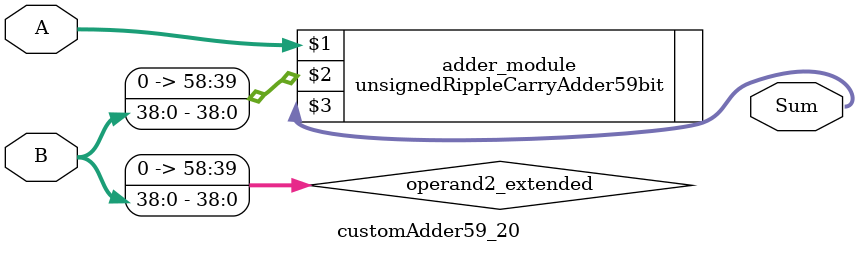
<source format=v>
module customAdder59_20(
                        input [58 : 0] A,
                        input [38 : 0] B,
                        
                        output [59 : 0] Sum
                );

        wire [58 : 0] operand2_extended;
        
        assign operand2_extended =  {20'b0, B};
        
        unsignedRippleCarryAdder59bit adder_module(
            A,
            operand2_extended,
            Sum
        );
        
        endmodule
        
</source>
